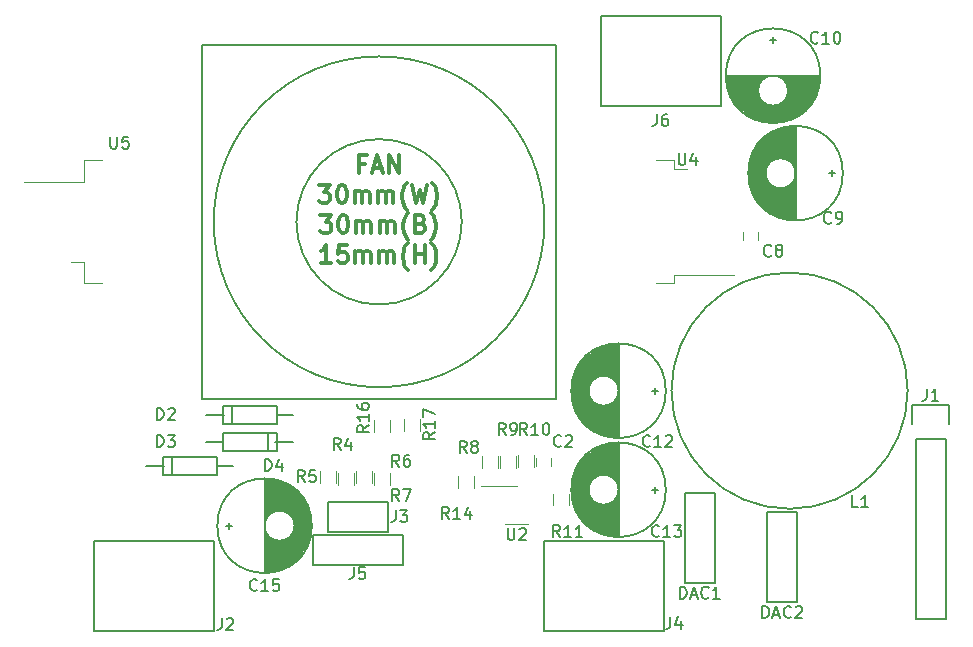
<source format=gbr>
G04 #@! TF.GenerationSoftware,KiCad,Pcbnew,(5.0.0)*
G04 #@! TF.CreationDate,2018-10-21T14:19:47+08:00*
G04 #@! TF.ProjectId,PSU 4CH V1_PCBV2,505355203443482056315F5043425632,rev?*
G04 #@! TF.SameCoordinates,Original*
G04 #@! TF.FileFunction,Legend,Top*
G04 #@! TF.FilePolarity,Positive*
%FSLAX46Y46*%
G04 Gerber Fmt 4.6, Leading zero omitted, Abs format (unit mm)*
G04 Created by KiCad (PCBNEW (5.0.0)) date 10/21/18 14:19:47*
%MOMM*%
%LPD*%
G01*
G04 APERTURE LIST*
%ADD10C,0.300000*%
%ADD11C,0.200000*%
%ADD12C,0.120000*%
%ADD13C,0.150000*%
G04 APERTURE END LIST*
D10*
X138785714Y-95067857D02*
X138285714Y-95067857D01*
X138285714Y-95853571D02*
X138285714Y-94353571D01*
X139000000Y-94353571D01*
X139500000Y-95425000D02*
X140214285Y-95425000D01*
X139357142Y-95853571D02*
X139857142Y-94353571D01*
X140357142Y-95853571D01*
X140857142Y-95853571D02*
X140857142Y-94353571D01*
X141714285Y-95853571D01*
X141714285Y-94353571D01*
X134928571Y-96903571D02*
X135857142Y-96903571D01*
X135357142Y-97475000D01*
X135571428Y-97475000D01*
X135714285Y-97546428D01*
X135785714Y-97617857D01*
X135857142Y-97760714D01*
X135857142Y-98117857D01*
X135785714Y-98260714D01*
X135714285Y-98332142D01*
X135571428Y-98403571D01*
X135142857Y-98403571D01*
X135000000Y-98332142D01*
X134928571Y-98260714D01*
X136785714Y-96903571D02*
X136928571Y-96903571D01*
X137071428Y-96975000D01*
X137142857Y-97046428D01*
X137214285Y-97189285D01*
X137285714Y-97475000D01*
X137285714Y-97832142D01*
X137214285Y-98117857D01*
X137142857Y-98260714D01*
X137071428Y-98332142D01*
X136928571Y-98403571D01*
X136785714Y-98403571D01*
X136642857Y-98332142D01*
X136571428Y-98260714D01*
X136500000Y-98117857D01*
X136428571Y-97832142D01*
X136428571Y-97475000D01*
X136500000Y-97189285D01*
X136571428Y-97046428D01*
X136642857Y-96975000D01*
X136785714Y-96903571D01*
X137928571Y-98403571D02*
X137928571Y-97403571D01*
X137928571Y-97546428D02*
X138000000Y-97475000D01*
X138142857Y-97403571D01*
X138357142Y-97403571D01*
X138500000Y-97475000D01*
X138571428Y-97617857D01*
X138571428Y-98403571D01*
X138571428Y-97617857D02*
X138642857Y-97475000D01*
X138785714Y-97403571D01*
X139000000Y-97403571D01*
X139142857Y-97475000D01*
X139214285Y-97617857D01*
X139214285Y-98403571D01*
X139928571Y-98403571D02*
X139928571Y-97403571D01*
X139928571Y-97546428D02*
X140000000Y-97475000D01*
X140142857Y-97403571D01*
X140357142Y-97403571D01*
X140500000Y-97475000D01*
X140571428Y-97617857D01*
X140571428Y-98403571D01*
X140571428Y-97617857D02*
X140642857Y-97475000D01*
X140785714Y-97403571D01*
X141000000Y-97403571D01*
X141142857Y-97475000D01*
X141214285Y-97617857D01*
X141214285Y-98403571D01*
X142357142Y-98975000D02*
X142285714Y-98903571D01*
X142142857Y-98689285D01*
X142071428Y-98546428D01*
X142000000Y-98332142D01*
X141928571Y-97975000D01*
X141928571Y-97689285D01*
X142000000Y-97332142D01*
X142071428Y-97117857D01*
X142142857Y-96975000D01*
X142285714Y-96760714D01*
X142357142Y-96689285D01*
X142785714Y-96903571D02*
X143142857Y-98403571D01*
X143428571Y-97332142D01*
X143714285Y-98403571D01*
X144071428Y-96903571D01*
X144500000Y-98975000D02*
X144571428Y-98903571D01*
X144714285Y-98689285D01*
X144785714Y-98546428D01*
X144857142Y-98332142D01*
X144928571Y-97975000D01*
X144928571Y-97689285D01*
X144857142Y-97332142D01*
X144785714Y-97117857D01*
X144714285Y-96975000D01*
X144571428Y-96760714D01*
X144500000Y-96689285D01*
X135035714Y-99453571D02*
X135964285Y-99453571D01*
X135464285Y-100025000D01*
X135678571Y-100025000D01*
X135821428Y-100096428D01*
X135892857Y-100167857D01*
X135964285Y-100310714D01*
X135964285Y-100667857D01*
X135892857Y-100810714D01*
X135821428Y-100882142D01*
X135678571Y-100953571D01*
X135250000Y-100953571D01*
X135107142Y-100882142D01*
X135035714Y-100810714D01*
X136892857Y-99453571D02*
X137035714Y-99453571D01*
X137178571Y-99525000D01*
X137250000Y-99596428D01*
X137321428Y-99739285D01*
X137392857Y-100025000D01*
X137392857Y-100382142D01*
X137321428Y-100667857D01*
X137250000Y-100810714D01*
X137178571Y-100882142D01*
X137035714Y-100953571D01*
X136892857Y-100953571D01*
X136750000Y-100882142D01*
X136678571Y-100810714D01*
X136607142Y-100667857D01*
X136535714Y-100382142D01*
X136535714Y-100025000D01*
X136607142Y-99739285D01*
X136678571Y-99596428D01*
X136750000Y-99525000D01*
X136892857Y-99453571D01*
X138035714Y-100953571D02*
X138035714Y-99953571D01*
X138035714Y-100096428D02*
X138107142Y-100025000D01*
X138250000Y-99953571D01*
X138464285Y-99953571D01*
X138607142Y-100025000D01*
X138678571Y-100167857D01*
X138678571Y-100953571D01*
X138678571Y-100167857D02*
X138750000Y-100025000D01*
X138892857Y-99953571D01*
X139107142Y-99953571D01*
X139250000Y-100025000D01*
X139321428Y-100167857D01*
X139321428Y-100953571D01*
X140035714Y-100953571D02*
X140035714Y-99953571D01*
X140035714Y-100096428D02*
X140107142Y-100025000D01*
X140250000Y-99953571D01*
X140464285Y-99953571D01*
X140607142Y-100025000D01*
X140678571Y-100167857D01*
X140678571Y-100953571D01*
X140678571Y-100167857D02*
X140750000Y-100025000D01*
X140892857Y-99953571D01*
X141107142Y-99953571D01*
X141250000Y-100025000D01*
X141321428Y-100167857D01*
X141321428Y-100953571D01*
X142464285Y-101525000D02*
X142392857Y-101453571D01*
X142250000Y-101239285D01*
X142178571Y-101096428D01*
X142107142Y-100882142D01*
X142035714Y-100525000D01*
X142035714Y-100239285D01*
X142107142Y-99882142D01*
X142178571Y-99667857D01*
X142250000Y-99525000D01*
X142392857Y-99310714D01*
X142464285Y-99239285D01*
X143535714Y-100167857D02*
X143750000Y-100239285D01*
X143821428Y-100310714D01*
X143892857Y-100453571D01*
X143892857Y-100667857D01*
X143821428Y-100810714D01*
X143750000Y-100882142D01*
X143607142Y-100953571D01*
X143035714Y-100953571D01*
X143035714Y-99453571D01*
X143535714Y-99453571D01*
X143678571Y-99525000D01*
X143750000Y-99596428D01*
X143821428Y-99739285D01*
X143821428Y-99882142D01*
X143750000Y-100025000D01*
X143678571Y-100096428D01*
X143535714Y-100167857D01*
X143035714Y-100167857D01*
X144392857Y-101525000D02*
X144464285Y-101453571D01*
X144607142Y-101239285D01*
X144678571Y-101096428D01*
X144750000Y-100882142D01*
X144821428Y-100525000D01*
X144821428Y-100239285D01*
X144750000Y-99882142D01*
X144678571Y-99667857D01*
X144607142Y-99525000D01*
X144464285Y-99310714D01*
X144392857Y-99239285D01*
X135928571Y-103503571D02*
X135071428Y-103503571D01*
X135500000Y-103503571D02*
X135500000Y-102003571D01*
X135357142Y-102217857D01*
X135214285Y-102360714D01*
X135071428Y-102432142D01*
X137285714Y-102003571D02*
X136571428Y-102003571D01*
X136500000Y-102717857D01*
X136571428Y-102646428D01*
X136714285Y-102575000D01*
X137071428Y-102575000D01*
X137214285Y-102646428D01*
X137285714Y-102717857D01*
X137357142Y-102860714D01*
X137357142Y-103217857D01*
X137285714Y-103360714D01*
X137214285Y-103432142D01*
X137071428Y-103503571D01*
X136714285Y-103503571D01*
X136571428Y-103432142D01*
X136500000Y-103360714D01*
X138000000Y-103503571D02*
X138000000Y-102503571D01*
X138000000Y-102646428D02*
X138071428Y-102575000D01*
X138214285Y-102503571D01*
X138428571Y-102503571D01*
X138571428Y-102575000D01*
X138642857Y-102717857D01*
X138642857Y-103503571D01*
X138642857Y-102717857D02*
X138714285Y-102575000D01*
X138857142Y-102503571D01*
X139071428Y-102503571D01*
X139214285Y-102575000D01*
X139285714Y-102717857D01*
X139285714Y-103503571D01*
X140000000Y-103503571D02*
X140000000Y-102503571D01*
X140000000Y-102646428D02*
X140071428Y-102575000D01*
X140214285Y-102503571D01*
X140428571Y-102503571D01*
X140571428Y-102575000D01*
X140642857Y-102717857D01*
X140642857Y-103503571D01*
X140642857Y-102717857D02*
X140714285Y-102575000D01*
X140857142Y-102503571D01*
X141071428Y-102503571D01*
X141214285Y-102575000D01*
X141285714Y-102717857D01*
X141285714Y-103503571D01*
X142428571Y-104075000D02*
X142357142Y-104003571D01*
X142214285Y-103789285D01*
X142142857Y-103646428D01*
X142071428Y-103432142D01*
X142000000Y-103075000D01*
X142000000Y-102789285D01*
X142071428Y-102432142D01*
X142142857Y-102217857D01*
X142214285Y-102075000D01*
X142357142Y-101860714D01*
X142428571Y-101789285D01*
X143000000Y-103503571D02*
X143000000Y-102003571D01*
X143000000Y-102717857D02*
X143857142Y-102717857D01*
X143857142Y-103503571D02*
X143857142Y-102003571D01*
X144428571Y-104075000D02*
X144500000Y-104003571D01*
X144642857Y-103789285D01*
X144714285Y-103646428D01*
X144785714Y-103432142D01*
X144857142Y-103075000D01*
X144857142Y-102789285D01*
X144785714Y-102432142D01*
X144714285Y-102217857D01*
X144642857Y-102075000D01*
X144500000Y-101860714D01*
X144428571Y-101789285D01*
D11*
X155000000Y-115000000D02*
X125000000Y-115000000D01*
X155000000Y-85000000D02*
X125000000Y-85000000D01*
X125000000Y-85000000D02*
X125000000Y-115000000D01*
X155000000Y-85000000D02*
X155000000Y-115000000D01*
X154000000Y-100000000D02*
G75*
G03X154000000Y-100000000I-14000000J0D01*
G01*
X147000000Y-100000000D02*
G75*
G03X147000000Y-100000000I-7000000J0D01*
G01*
D12*
G04 #@! TO.C,C2*
X154524000Y-119980000D02*
X154524000Y-120680000D01*
X153324000Y-120680000D02*
X153324000Y-119980000D01*
G04 #@! TO.C,C8*
X172050000Y-100869000D02*
X172050000Y-101569000D01*
X170850000Y-101569000D02*
X170850000Y-100869000D01*
D13*
G04 #@! TO.C,C9*
X179260000Y-95885000D02*
G75*
G03X179260000Y-95885000I-4000000J0D01*
G01*
X171386500Y-95186500D02*
X171386500Y-96456500D01*
X171450000Y-94869000D02*
X171386500Y-95186500D01*
X171450000Y-96964500D02*
X171450000Y-94869000D01*
X171577000Y-97345500D02*
X171450000Y-96964500D01*
X171577000Y-94551500D02*
X171577000Y-97345500D01*
X171704000Y-94170500D02*
X171577000Y-94551500D01*
X171704000Y-97536000D02*
X171704000Y-94170500D01*
X171831000Y-97790000D02*
X171704000Y-97536000D01*
X171831000Y-93980000D02*
X171831000Y-97790000D01*
X171958000Y-93789500D02*
X171831000Y-93980000D01*
X171958000Y-98044000D02*
X171958000Y-93789500D01*
X172085000Y-98298000D02*
X171958000Y-98044000D01*
X172085000Y-93535500D02*
X172085000Y-98298000D01*
X172212000Y-93408500D02*
X172085000Y-93535500D01*
X172212000Y-98361500D02*
X172212000Y-93408500D01*
X172339000Y-98488500D02*
X172212000Y-98361500D01*
X172339000Y-93281500D02*
X172339000Y-98488500D01*
X172466000Y-93154500D02*
X172339000Y-93281500D01*
X172466000Y-98679000D02*
X172466000Y-93154500D01*
X172593000Y-98742500D02*
X172466000Y-98679000D01*
X172593000Y-93027500D02*
X172593000Y-98742500D01*
X172720000Y-92837000D02*
X172593000Y-93027500D01*
X172720000Y-98933000D02*
X172720000Y-92837000D01*
X172847000Y-99060000D02*
X172720000Y-98933000D01*
X175260000Y-91948000D02*
X175133000Y-91948000D01*
X175260000Y-99885500D02*
X175260000Y-91948000D01*
X175260000Y-95885000D02*
G75*
G03X175260000Y-95885000I-1270000J0D01*
G01*
X172085000Y-93662500D02*
X172021500Y-93726000D01*
X172593000Y-93027500D02*
X172466000Y-93154500D01*
X171513500Y-94678500D02*
X171513500Y-94869000D01*
X171894500Y-97853500D02*
X172085000Y-97917000D01*
X171767500Y-97790000D02*
X171894500Y-97853500D01*
X172720000Y-98869500D02*
X172339000Y-98488500D01*
X172847000Y-96520000D02*
X172847000Y-98996500D01*
X172974000Y-96710500D02*
X172847000Y-96520000D01*
X172974000Y-99123500D02*
X172974000Y-96710500D01*
X173101000Y-99187000D02*
X172974000Y-99123500D01*
X173101000Y-96837500D02*
X173101000Y-99187000D01*
X173228000Y-96901000D02*
X173101000Y-96837500D01*
X173228000Y-99314000D02*
X173228000Y-96901000D01*
X173355000Y-99377500D02*
X173228000Y-99314000D01*
X173355000Y-97028000D02*
X173355000Y-99377500D01*
X173482000Y-97091500D02*
X173355000Y-97028000D01*
X173482000Y-99441000D02*
X173482000Y-97091500D01*
X173609000Y-99504500D02*
X173482000Y-99441000D01*
X173609000Y-97155000D02*
X173609000Y-99504500D01*
X173736000Y-97155000D02*
X173609000Y-97155000D01*
X173736000Y-99568000D02*
X173736000Y-97155000D01*
X173863000Y-99631500D02*
X173736000Y-99568000D01*
X173863000Y-97155000D02*
X173863000Y-99631500D01*
X173990000Y-97155000D02*
X173863000Y-97155000D01*
X173990000Y-99631500D02*
X173990000Y-97155000D01*
X174117000Y-99695000D02*
X173990000Y-99631500D01*
X174117000Y-97155000D02*
X174117000Y-99695000D01*
X174244000Y-97155000D02*
X174117000Y-97155000D01*
X174244000Y-99695000D02*
X174244000Y-97155000D01*
X174371000Y-99695000D02*
X174244000Y-99695000D01*
X174371000Y-97155000D02*
X174371000Y-99695000D01*
X174498000Y-97091500D02*
X174371000Y-97155000D01*
X174498000Y-99758500D02*
X174498000Y-97091500D01*
X174625000Y-99822000D02*
X174498000Y-99758500D01*
X174625000Y-97091500D02*
X174625000Y-99822000D01*
X174752000Y-96964500D02*
X174625000Y-97091500D01*
X174752000Y-99758500D02*
X174752000Y-96964500D01*
X174879000Y-99822000D02*
X174752000Y-99758500D01*
X174879000Y-96837500D02*
X174879000Y-99822000D01*
X175006000Y-96710500D02*
X174879000Y-96837500D01*
X175006000Y-99822000D02*
X175006000Y-96710500D01*
X172847000Y-95250000D02*
X172847000Y-92773500D01*
X172974000Y-95059500D02*
X172847000Y-95250000D01*
X172974000Y-92710000D02*
X172974000Y-95059500D01*
X173101000Y-92519500D02*
X172974000Y-92710000D01*
X173101000Y-94932500D02*
X173101000Y-92519500D01*
X173228000Y-94869000D02*
X173101000Y-94932500D01*
X173228000Y-92519500D02*
X173228000Y-94869000D01*
X173355000Y-92392500D02*
X173228000Y-92519500D01*
X173355000Y-94742000D02*
X173355000Y-92392500D01*
X173482000Y-94678500D02*
X173355000Y-94742000D01*
X173482000Y-92392500D02*
X173482000Y-94678500D01*
X173609000Y-92265500D02*
X173482000Y-92392500D01*
X173609000Y-94678500D02*
X173609000Y-92265500D01*
X173736000Y-94615000D02*
X173609000Y-94678500D01*
X173736000Y-92265500D02*
X173736000Y-94615000D01*
X173863000Y-92202000D02*
X173736000Y-92265500D01*
X173863000Y-94551500D02*
X173863000Y-92202000D01*
X173990000Y-94551500D02*
X173863000Y-94551500D01*
X173990000Y-92138500D02*
X173990000Y-94551500D01*
X174117000Y-92075000D02*
X173990000Y-92138500D01*
X174117000Y-94615000D02*
X174117000Y-92075000D01*
X174244000Y-94615000D02*
X174117000Y-94615000D01*
X174244000Y-92075000D02*
X174244000Y-94615000D01*
X174371000Y-92075000D02*
X174244000Y-92075000D01*
X174371000Y-94615000D02*
X174371000Y-92075000D01*
X174498000Y-94678500D02*
X174371000Y-94615000D01*
X174498000Y-92011500D02*
X174498000Y-94678500D01*
X174625000Y-91948000D02*
X174498000Y-92011500D01*
X174625000Y-94742000D02*
X174625000Y-91948000D01*
X174752000Y-94805500D02*
X174625000Y-94742000D01*
X174752000Y-91948000D02*
X174752000Y-94805500D01*
X174879000Y-91948000D02*
X174752000Y-91948000D01*
X174879000Y-94932500D02*
X174879000Y-91948000D01*
X175006000Y-95059500D02*
X174879000Y-94932500D01*
X175006000Y-91948000D02*
X175006000Y-95059500D01*
X175133000Y-91948000D02*
X175133000Y-95250000D01*
X175133000Y-96583500D02*
X175133000Y-99758500D01*
X175260000Y-96456500D02*
X175133000Y-96583500D01*
X178054000Y-95885000D02*
X178562000Y-95885000D01*
X178308000Y-96139000D02*
X178308000Y-95631000D01*
G04 #@! TO.C,C10*
X173609000Y-84582000D02*
X173101000Y-84582000D01*
X173355000Y-84836000D02*
X173355000Y-84328000D01*
X173926500Y-87630000D02*
X174053500Y-87757000D01*
X174053500Y-87757000D02*
X177228500Y-87757000D01*
X169418000Y-87757000D02*
X172720000Y-87757000D01*
X169418000Y-87884000D02*
X172529500Y-87884000D01*
X172529500Y-87884000D02*
X172402500Y-88011000D01*
X172402500Y-88011000D02*
X169418000Y-88011000D01*
X169418000Y-88011000D02*
X169418000Y-88138000D01*
X169418000Y-88138000D02*
X172275500Y-88138000D01*
X172275500Y-88138000D02*
X172212000Y-88265000D01*
X172212000Y-88265000D02*
X169418000Y-88265000D01*
X169418000Y-88265000D02*
X169481500Y-88392000D01*
X169481500Y-88392000D02*
X172148500Y-88392000D01*
X172148500Y-88392000D02*
X172085000Y-88519000D01*
X172085000Y-88519000D02*
X169545000Y-88519000D01*
X169545000Y-88519000D02*
X169545000Y-88646000D01*
X169545000Y-88646000D02*
X172085000Y-88646000D01*
X172085000Y-88646000D02*
X172085000Y-88773000D01*
X172085000Y-88773000D02*
X169545000Y-88773000D01*
X169545000Y-88773000D02*
X169608500Y-88900000D01*
X169608500Y-88900000D02*
X172021500Y-88900000D01*
X172021500Y-88900000D02*
X172021500Y-89027000D01*
X172021500Y-89027000D02*
X169672000Y-89027000D01*
X169672000Y-89027000D02*
X169735500Y-89154000D01*
X169735500Y-89154000D02*
X172085000Y-89154000D01*
X172085000Y-89154000D02*
X172148500Y-89281000D01*
X172148500Y-89281000D02*
X169735500Y-89281000D01*
X169735500Y-89281000D02*
X169862500Y-89408000D01*
X169862500Y-89408000D02*
X172148500Y-89408000D01*
X172148500Y-89408000D02*
X172212000Y-89535000D01*
X172212000Y-89535000D02*
X169862500Y-89535000D01*
X169862500Y-89535000D02*
X169989500Y-89662000D01*
X169989500Y-89662000D02*
X172339000Y-89662000D01*
X172339000Y-89662000D02*
X172402500Y-89789000D01*
X172402500Y-89789000D02*
X169989500Y-89789000D01*
X169989500Y-89789000D02*
X170180000Y-89916000D01*
X170180000Y-89916000D02*
X172529500Y-89916000D01*
X172529500Y-89916000D02*
X172720000Y-90043000D01*
X172720000Y-90043000D02*
X170243500Y-90043000D01*
X177292000Y-87884000D02*
X174180500Y-87884000D01*
X174180500Y-87884000D02*
X174307500Y-88011000D01*
X174307500Y-88011000D02*
X177292000Y-88011000D01*
X177292000Y-88011000D02*
X177228500Y-88138000D01*
X177228500Y-88138000D02*
X174434500Y-88138000D01*
X174434500Y-88138000D02*
X174561500Y-88265000D01*
X174561500Y-88265000D02*
X177292000Y-88265000D01*
X177292000Y-88265000D02*
X177228500Y-88392000D01*
X177228500Y-88392000D02*
X174561500Y-88392000D01*
X174561500Y-88392000D02*
X174625000Y-88519000D01*
X174625000Y-88519000D02*
X177165000Y-88519000D01*
X177165000Y-88519000D02*
X177165000Y-88646000D01*
X177165000Y-88646000D02*
X174625000Y-88646000D01*
X174625000Y-88646000D02*
X174625000Y-88773000D01*
X174625000Y-88773000D02*
X177165000Y-88773000D01*
X177165000Y-88773000D02*
X177101500Y-88900000D01*
X177101500Y-88900000D02*
X174625000Y-88900000D01*
X174625000Y-88900000D02*
X174625000Y-89027000D01*
X174625000Y-89027000D02*
X177101500Y-89027000D01*
X177101500Y-89027000D02*
X177038000Y-89154000D01*
X177038000Y-89154000D02*
X174625000Y-89154000D01*
X174625000Y-89154000D02*
X174625000Y-89281000D01*
X174625000Y-89281000D02*
X176974500Y-89281000D01*
X176974500Y-89281000D02*
X176911000Y-89408000D01*
X176911000Y-89408000D02*
X174561500Y-89408000D01*
X174561500Y-89408000D02*
X174498000Y-89535000D01*
X174498000Y-89535000D02*
X176847500Y-89535000D01*
X176847500Y-89535000D02*
X176784000Y-89662000D01*
X176784000Y-89662000D02*
X174371000Y-89662000D01*
X174371000Y-89662000D02*
X174307500Y-89789000D01*
X174307500Y-89789000D02*
X176657000Y-89789000D01*
X176657000Y-89789000D02*
X176593500Y-89916000D01*
X176593500Y-89916000D02*
X174180500Y-89916000D01*
X174180500Y-89916000D02*
X173990000Y-90043000D01*
X173990000Y-90043000D02*
X176466500Y-90043000D01*
X176339500Y-90170000D02*
X175958500Y-90551000D01*
X175260000Y-91122500D02*
X175323500Y-90995500D01*
X175323500Y-90995500D02*
X175387000Y-90805000D01*
X172148500Y-91376500D02*
X172339000Y-91376500D01*
X170497500Y-90297000D02*
X170624500Y-90424000D01*
X171132500Y-90805000D02*
X171196000Y-90868500D01*
X174625000Y-88900000D02*
G75*
G03X174625000Y-88900000I-1270000J0D01*
G01*
X177355500Y-87630000D02*
X169418000Y-87630000D01*
X169418000Y-87630000D02*
X169418000Y-87757000D01*
X176530000Y-90043000D02*
X176403000Y-90170000D01*
X176403000Y-90170000D02*
X170307000Y-90170000D01*
X170307000Y-90170000D02*
X170497500Y-90297000D01*
X170497500Y-90297000D02*
X176212500Y-90297000D01*
X176212500Y-90297000D02*
X176149000Y-90424000D01*
X176149000Y-90424000D02*
X170624500Y-90424000D01*
X170624500Y-90424000D02*
X170751500Y-90551000D01*
X170751500Y-90551000D02*
X175958500Y-90551000D01*
X175958500Y-90551000D02*
X175831500Y-90678000D01*
X175831500Y-90678000D02*
X170878500Y-90678000D01*
X170878500Y-90678000D02*
X171005500Y-90805000D01*
X171005500Y-90805000D02*
X175768000Y-90805000D01*
X175768000Y-90805000D02*
X175514000Y-90932000D01*
X175514000Y-90932000D02*
X171259500Y-90932000D01*
X171259500Y-90932000D02*
X171450000Y-91059000D01*
X171450000Y-91059000D02*
X175260000Y-91059000D01*
X175260000Y-91059000D02*
X175006000Y-91186000D01*
X175006000Y-91186000D02*
X171640500Y-91186000D01*
X171640500Y-91186000D02*
X172021500Y-91313000D01*
X172021500Y-91313000D02*
X174815500Y-91313000D01*
X174815500Y-91313000D02*
X174434500Y-91440000D01*
X174434500Y-91440000D02*
X172339000Y-91440000D01*
X172339000Y-91440000D02*
X172656500Y-91503500D01*
X172656500Y-91503500D02*
X173926500Y-91503500D01*
X177355000Y-87630000D02*
G75*
G03X177355000Y-87630000I-4000000J0D01*
G01*
G04 #@! TO.C,C12*
X164274000Y-114300000D02*
G75*
G03X164274000Y-114300000I-4000000J0D01*
G01*
X156400500Y-113601500D02*
X156400500Y-114871500D01*
X156464000Y-113284000D02*
X156400500Y-113601500D01*
X156464000Y-115379500D02*
X156464000Y-113284000D01*
X156591000Y-115760500D02*
X156464000Y-115379500D01*
X156591000Y-112966500D02*
X156591000Y-115760500D01*
X156718000Y-112585500D02*
X156591000Y-112966500D01*
X156718000Y-115951000D02*
X156718000Y-112585500D01*
X156845000Y-116205000D02*
X156718000Y-115951000D01*
X156845000Y-112395000D02*
X156845000Y-116205000D01*
X156972000Y-112204500D02*
X156845000Y-112395000D01*
X156972000Y-116459000D02*
X156972000Y-112204500D01*
X157099000Y-116713000D02*
X156972000Y-116459000D01*
X157099000Y-111950500D02*
X157099000Y-116713000D01*
X157226000Y-111823500D02*
X157099000Y-111950500D01*
X157226000Y-116776500D02*
X157226000Y-111823500D01*
X157353000Y-116903500D02*
X157226000Y-116776500D01*
X157353000Y-111696500D02*
X157353000Y-116903500D01*
X157480000Y-111569500D02*
X157353000Y-111696500D01*
X157480000Y-117094000D02*
X157480000Y-111569500D01*
X157607000Y-117157500D02*
X157480000Y-117094000D01*
X157607000Y-111442500D02*
X157607000Y-117157500D01*
X157734000Y-111252000D02*
X157607000Y-111442500D01*
X157734000Y-117348000D02*
X157734000Y-111252000D01*
X157861000Y-117475000D02*
X157734000Y-117348000D01*
X160274000Y-110363000D02*
X160147000Y-110363000D01*
X160274000Y-118300500D02*
X160274000Y-110363000D01*
X160274000Y-114300000D02*
G75*
G03X160274000Y-114300000I-1270000J0D01*
G01*
X157099000Y-112077500D02*
X157035500Y-112141000D01*
X157607000Y-111442500D02*
X157480000Y-111569500D01*
X156527500Y-113093500D02*
X156527500Y-113284000D01*
X156908500Y-116268500D02*
X157099000Y-116332000D01*
X156781500Y-116205000D02*
X156908500Y-116268500D01*
X157734000Y-117284500D02*
X157353000Y-116903500D01*
X157861000Y-114935000D02*
X157861000Y-117411500D01*
X157988000Y-115125500D02*
X157861000Y-114935000D01*
X157988000Y-117538500D02*
X157988000Y-115125500D01*
X158115000Y-117602000D02*
X157988000Y-117538500D01*
X158115000Y-115252500D02*
X158115000Y-117602000D01*
X158242000Y-115316000D02*
X158115000Y-115252500D01*
X158242000Y-117729000D02*
X158242000Y-115316000D01*
X158369000Y-117792500D02*
X158242000Y-117729000D01*
X158369000Y-115443000D02*
X158369000Y-117792500D01*
X158496000Y-115506500D02*
X158369000Y-115443000D01*
X158496000Y-117856000D02*
X158496000Y-115506500D01*
X158623000Y-117919500D02*
X158496000Y-117856000D01*
X158623000Y-115570000D02*
X158623000Y-117919500D01*
X158750000Y-115570000D02*
X158623000Y-115570000D01*
X158750000Y-117983000D02*
X158750000Y-115570000D01*
X158877000Y-118046500D02*
X158750000Y-117983000D01*
X158877000Y-115570000D02*
X158877000Y-118046500D01*
X159004000Y-115570000D02*
X158877000Y-115570000D01*
X159004000Y-118046500D02*
X159004000Y-115570000D01*
X159131000Y-118110000D02*
X159004000Y-118046500D01*
X159131000Y-115570000D02*
X159131000Y-118110000D01*
X159258000Y-115570000D02*
X159131000Y-115570000D01*
X159258000Y-118110000D02*
X159258000Y-115570000D01*
X159385000Y-118110000D02*
X159258000Y-118110000D01*
X159385000Y-115570000D02*
X159385000Y-118110000D01*
X159512000Y-115506500D02*
X159385000Y-115570000D01*
X159512000Y-118173500D02*
X159512000Y-115506500D01*
X159639000Y-118237000D02*
X159512000Y-118173500D01*
X159639000Y-115506500D02*
X159639000Y-118237000D01*
X159766000Y-115379500D02*
X159639000Y-115506500D01*
X159766000Y-118173500D02*
X159766000Y-115379500D01*
X159893000Y-118237000D02*
X159766000Y-118173500D01*
X159893000Y-115252500D02*
X159893000Y-118237000D01*
X160020000Y-115125500D02*
X159893000Y-115252500D01*
X160020000Y-118237000D02*
X160020000Y-115125500D01*
X157861000Y-113665000D02*
X157861000Y-111188500D01*
X157988000Y-113474500D02*
X157861000Y-113665000D01*
X157988000Y-111125000D02*
X157988000Y-113474500D01*
X158115000Y-110934500D02*
X157988000Y-111125000D01*
X158115000Y-113347500D02*
X158115000Y-110934500D01*
X158242000Y-113284000D02*
X158115000Y-113347500D01*
X158242000Y-110934500D02*
X158242000Y-113284000D01*
X158369000Y-110807500D02*
X158242000Y-110934500D01*
X158369000Y-113157000D02*
X158369000Y-110807500D01*
X158496000Y-113093500D02*
X158369000Y-113157000D01*
X158496000Y-110807500D02*
X158496000Y-113093500D01*
X158623000Y-110680500D02*
X158496000Y-110807500D01*
X158623000Y-113093500D02*
X158623000Y-110680500D01*
X158750000Y-113030000D02*
X158623000Y-113093500D01*
X158750000Y-110680500D02*
X158750000Y-113030000D01*
X158877000Y-110617000D02*
X158750000Y-110680500D01*
X158877000Y-112966500D02*
X158877000Y-110617000D01*
X159004000Y-112966500D02*
X158877000Y-112966500D01*
X159004000Y-110553500D02*
X159004000Y-112966500D01*
X159131000Y-110490000D02*
X159004000Y-110553500D01*
X159131000Y-113030000D02*
X159131000Y-110490000D01*
X159258000Y-113030000D02*
X159131000Y-113030000D01*
X159258000Y-110490000D02*
X159258000Y-113030000D01*
X159385000Y-110490000D02*
X159258000Y-110490000D01*
X159385000Y-113030000D02*
X159385000Y-110490000D01*
X159512000Y-113093500D02*
X159385000Y-113030000D01*
X159512000Y-110426500D02*
X159512000Y-113093500D01*
X159639000Y-110363000D02*
X159512000Y-110426500D01*
X159639000Y-113157000D02*
X159639000Y-110363000D01*
X159766000Y-113220500D02*
X159639000Y-113157000D01*
X159766000Y-110363000D02*
X159766000Y-113220500D01*
X159893000Y-110363000D02*
X159766000Y-110363000D01*
X159893000Y-113347500D02*
X159893000Y-110363000D01*
X160020000Y-113474500D02*
X159893000Y-113347500D01*
X160020000Y-110363000D02*
X160020000Y-113474500D01*
X160147000Y-110363000D02*
X160147000Y-113665000D01*
X160147000Y-114998500D02*
X160147000Y-118173500D01*
X160274000Y-114871500D02*
X160147000Y-114998500D01*
X163068000Y-114300000D02*
X163576000Y-114300000D01*
X163322000Y-114554000D02*
X163322000Y-114046000D01*
G04 #@! TO.C,C13*
X163322000Y-122936000D02*
X163322000Y-122428000D01*
X163068000Y-122682000D02*
X163576000Y-122682000D01*
X160274000Y-123253500D02*
X160147000Y-123380500D01*
X160147000Y-123380500D02*
X160147000Y-126555500D01*
X160147000Y-118745000D02*
X160147000Y-122047000D01*
X160020000Y-118745000D02*
X160020000Y-121856500D01*
X160020000Y-121856500D02*
X159893000Y-121729500D01*
X159893000Y-121729500D02*
X159893000Y-118745000D01*
X159893000Y-118745000D02*
X159766000Y-118745000D01*
X159766000Y-118745000D02*
X159766000Y-121602500D01*
X159766000Y-121602500D02*
X159639000Y-121539000D01*
X159639000Y-121539000D02*
X159639000Y-118745000D01*
X159639000Y-118745000D02*
X159512000Y-118808500D01*
X159512000Y-118808500D02*
X159512000Y-121475500D01*
X159512000Y-121475500D02*
X159385000Y-121412000D01*
X159385000Y-121412000D02*
X159385000Y-118872000D01*
X159385000Y-118872000D02*
X159258000Y-118872000D01*
X159258000Y-118872000D02*
X159258000Y-121412000D01*
X159258000Y-121412000D02*
X159131000Y-121412000D01*
X159131000Y-121412000D02*
X159131000Y-118872000D01*
X159131000Y-118872000D02*
X159004000Y-118935500D01*
X159004000Y-118935500D02*
X159004000Y-121348500D01*
X159004000Y-121348500D02*
X158877000Y-121348500D01*
X158877000Y-121348500D02*
X158877000Y-118999000D01*
X158877000Y-118999000D02*
X158750000Y-119062500D01*
X158750000Y-119062500D02*
X158750000Y-121412000D01*
X158750000Y-121412000D02*
X158623000Y-121475500D01*
X158623000Y-121475500D02*
X158623000Y-119062500D01*
X158623000Y-119062500D02*
X158496000Y-119189500D01*
X158496000Y-119189500D02*
X158496000Y-121475500D01*
X158496000Y-121475500D02*
X158369000Y-121539000D01*
X158369000Y-121539000D02*
X158369000Y-119189500D01*
X158369000Y-119189500D02*
X158242000Y-119316500D01*
X158242000Y-119316500D02*
X158242000Y-121666000D01*
X158242000Y-121666000D02*
X158115000Y-121729500D01*
X158115000Y-121729500D02*
X158115000Y-119316500D01*
X158115000Y-119316500D02*
X157988000Y-119507000D01*
X157988000Y-119507000D02*
X157988000Y-121856500D01*
X157988000Y-121856500D02*
X157861000Y-122047000D01*
X157861000Y-122047000D02*
X157861000Y-119570500D01*
X160020000Y-126619000D02*
X160020000Y-123507500D01*
X160020000Y-123507500D02*
X159893000Y-123634500D01*
X159893000Y-123634500D02*
X159893000Y-126619000D01*
X159893000Y-126619000D02*
X159766000Y-126555500D01*
X159766000Y-126555500D02*
X159766000Y-123761500D01*
X159766000Y-123761500D02*
X159639000Y-123888500D01*
X159639000Y-123888500D02*
X159639000Y-126619000D01*
X159639000Y-126619000D02*
X159512000Y-126555500D01*
X159512000Y-126555500D02*
X159512000Y-123888500D01*
X159512000Y-123888500D02*
X159385000Y-123952000D01*
X159385000Y-123952000D02*
X159385000Y-126492000D01*
X159385000Y-126492000D02*
X159258000Y-126492000D01*
X159258000Y-126492000D02*
X159258000Y-123952000D01*
X159258000Y-123952000D02*
X159131000Y-123952000D01*
X159131000Y-123952000D02*
X159131000Y-126492000D01*
X159131000Y-126492000D02*
X159004000Y-126428500D01*
X159004000Y-126428500D02*
X159004000Y-123952000D01*
X159004000Y-123952000D02*
X158877000Y-123952000D01*
X158877000Y-123952000D02*
X158877000Y-126428500D01*
X158877000Y-126428500D02*
X158750000Y-126365000D01*
X158750000Y-126365000D02*
X158750000Y-123952000D01*
X158750000Y-123952000D02*
X158623000Y-123952000D01*
X158623000Y-123952000D02*
X158623000Y-126301500D01*
X158623000Y-126301500D02*
X158496000Y-126238000D01*
X158496000Y-126238000D02*
X158496000Y-123888500D01*
X158496000Y-123888500D02*
X158369000Y-123825000D01*
X158369000Y-123825000D02*
X158369000Y-126174500D01*
X158369000Y-126174500D02*
X158242000Y-126111000D01*
X158242000Y-126111000D02*
X158242000Y-123698000D01*
X158242000Y-123698000D02*
X158115000Y-123634500D01*
X158115000Y-123634500D02*
X158115000Y-125984000D01*
X158115000Y-125984000D02*
X157988000Y-125920500D01*
X157988000Y-125920500D02*
X157988000Y-123507500D01*
X157988000Y-123507500D02*
X157861000Y-123317000D01*
X157861000Y-123317000D02*
X157861000Y-125793500D01*
X157734000Y-125666500D02*
X157353000Y-125285500D01*
X156781500Y-124587000D02*
X156908500Y-124650500D01*
X156908500Y-124650500D02*
X157099000Y-124714000D01*
X156527500Y-121475500D02*
X156527500Y-121666000D01*
X157607000Y-119824500D02*
X157480000Y-119951500D01*
X157099000Y-120459500D02*
X157035500Y-120523000D01*
X160274000Y-122682000D02*
G75*
G03X160274000Y-122682000I-1270000J0D01*
G01*
X160274000Y-126682500D02*
X160274000Y-118745000D01*
X160274000Y-118745000D02*
X160147000Y-118745000D01*
X157861000Y-125857000D02*
X157734000Y-125730000D01*
X157734000Y-125730000D02*
X157734000Y-119634000D01*
X157734000Y-119634000D02*
X157607000Y-119824500D01*
X157607000Y-119824500D02*
X157607000Y-125539500D01*
X157607000Y-125539500D02*
X157480000Y-125476000D01*
X157480000Y-125476000D02*
X157480000Y-119951500D01*
X157480000Y-119951500D02*
X157353000Y-120078500D01*
X157353000Y-120078500D02*
X157353000Y-125285500D01*
X157353000Y-125285500D02*
X157226000Y-125158500D01*
X157226000Y-125158500D02*
X157226000Y-120205500D01*
X157226000Y-120205500D02*
X157099000Y-120332500D01*
X157099000Y-120332500D02*
X157099000Y-125095000D01*
X157099000Y-125095000D02*
X156972000Y-124841000D01*
X156972000Y-124841000D02*
X156972000Y-120586500D01*
X156972000Y-120586500D02*
X156845000Y-120777000D01*
X156845000Y-120777000D02*
X156845000Y-124587000D01*
X156845000Y-124587000D02*
X156718000Y-124333000D01*
X156718000Y-124333000D02*
X156718000Y-120967500D01*
X156718000Y-120967500D02*
X156591000Y-121348500D01*
X156591000Y-121348500D02*
X156591000Y-124142500D01*
X156591000Y-124142500D02*
X156464000Y-123761500D01*
X156464000Y-123761500D02*
X156464000Y-121666000D01*
X156464000Y-121666000D02*
X156400500Y-121983500D01*
X156400500Y-121983500D02*
X156400500Y-123253500D01*
X164274000Y-122682000D02*
G75*
G03X164274000Y-122682000I-4000000J0D01*
G01*
G04 #@! TO.C,C15*
X134302000Y-125730000D02*
G75*
G03X134302000Y-125730000I-4000000J0D01*
G01*
X134175500Y-126428500D02*
X134175500Y-125158500D01*
X134112000Y-126746000D02*
X134175500Y-126428500D01*
X134112000Y-124650500D02*
X134112000Y-126746000D01*
X133985000Y-124269500D02*
X134112000Y-124650500D01*
X133985000Y-127063500D02*
X133985000Y-124269500D01*
X133858000Y-127444500D02*
X133985000Y-127063500D01*
X133858000Y-124079000D02*
X133858000Y-127444500D01*
X133731000Y-123825000D02*
X133858000Y-124079000D01*
X133731000Y-127635000D02*
X133731000Y-123825000D01*
X133604000Y-127825500D02*
X133731000Y-127635000D01*
X133604000Y-123571000D02*
X133604000Y-127825500D01*
X133477000Y-123317000D02*
X133604000Y-123571000D01*
X133477000Y-128079500D02*
X133477000Y-123317000D01*
X133350000Y-128206500D02*
X133477000Y-128079500D01*
X133350000Y-123253500D02*
X133350000Y-128206500D01*
X133223000Y-123126500D02*
X133350000Y-123253500D01*
X133223000Y-128333500D02*
X133223000Y-123126500D01*
X133096000Y-128460500D02*
X133223000Y-128333500D01*
X133096000Y-122936000D02*
X133096000Y-128460500D01*
X132969000Y-122872500D02*
X133096000Y-122936000D01*
X132969000Y-128587500D02*
X132969000Y-122872500D01*
X132842000Y-128778000D02*
X132969000Y-128587500D01*
X132842000Y-122682000D02*
X132842000Y-128778000D01*
X132715000Y-122555000D02*
X132842000Y-122682000D01*
X130302000Y-129667000D02*
X130429000Y-129667000D01*
X130302000Y-121729500D02*
X130302000Y-129667000D01*
X132842000Y-125730000D02*
G75*
G03X132842000Y-125730000I-1270000J0D01*
G01*
X133477000Y-127952500D02*
X133540500Y-127889000D01*
X132969000Y-128587500D02*
X133096000Y-128460500D01*
X134048500Y-126936500D02*
X134048500Y-126746000D01*
X133667500Y-123761500D02*
X133477000Y-123698000D01*
X133794500Y-123825000D02*
X133667500Y-123761500D01*
X132842000Y-122745500D02*
X133223000Y-123126500D01*
X132715000Y-125095000D02*
X132715000Y-122618500D01*
X132588000Y-124904500D02*
X132715000Y-125095000D01*
X132588000Y-122491500D02*
X132588000Y-124904500D01*
X132461000Y-122428000D02*
X132588000Y-122491500D01*
X132461000Y-124777500D02*
X132461000Y-122428000D01*
X132334000Y-124714000D02*
X132461000Y-124777500D01*
X132334000Y-122301000D02*
X132334000Y-124714000D01*
X132207000Y-122237500D02*
X132334000Y-122301000D01*
X132207000Y-124587000D02*
X132207000Y-122237500D01*
X132080000Y-124523500D02*
X132207000Y-124587000D01*
X132080000Y-122174000D02*
X132080000Y-124523500D01*
X131953000Y-122110500D02*
X132080000Y-122174000D01*
X131953000Y-124460000D02*
X131953000Y-122110500D01*
X131826000Y-124460000D02*
X131953000Y-124460000D01*
X131826000Y-122047000D02*
X131826000Y-124460000D01*
X131699000Y-121983500D02*
X131826000Y-122047000D01*
X131699000Y-124460000D02*
X131699000Y-121983500D01*
X131572000Y-124460000D02*
X131699000Y-124460000D01*
X131572000Y-121983500D02*
X131572000Y-124460000D01*
X131445000Y-121920000D02*
X131572000Y-121983500D01*
X131445000Y-124460000D02*
X131445000Y-121920000D01*
X131318000Y-124460000D02*
X131445000Y-124460000D01*
X131318000Y-121920000D02*
X131318000Y-124460000D01*
X131191000Y-121920000D02*
X131318000Y-121920000D01*
X131191000Y-124460000D02*
X131191000Y-121920000D01*
X131064000Y-124523500D02*
X131191000Y-124460000D01*
X131064000Y-121856500D02*
X131064000Y-124523500D01*
X130937000Y-121793000D02*
X131064000Y-121856500D01*
X130937000Y-124523500D02*
X130937000Y-121793000D01*
X130810000Y-124650500D02*
X130937000Y-124523500D01*
X130810000Y-121856500D02*
X130810000Y-124650500D01*
X130683000Y-121793000D02*
X130810000Y-121856500D01*
X130683000Y-124777500D02*
X130683000Y-121793000D01*
X130556000Y-124904500D02*
X130683000Y-124777500D01*
X130556000Y-121793000D02*
X130556000Y-124904500D01*
X132715000Y-126365000D02*
X132715000Y-128841500D01*
X132588000Y-126555500D02*
X132715000Y-126365000D01*
X132588000Y-128905000D02*
X132588000Y-126555500D01*
X132461000Y-129095500D02*
X132588000Y-128905000D01*
X132461000Y-126682500D02*
X132461000Y-129095500D01*
X132334000Y-126746000D02*
X132461000Y-126682500D01*
X132334000Y-129095500D02*
X132334000Y-126746000D01*
X132207000Y-129222500D02*
X132334000Y-129095500D01*
X132207000Y-126873000D02*
X132207000Y-129222500D01*
X132080000Y-126936500D02*
X132207000Y-126873000D01*
X132080000Y-129222500D02*
X132080000Y-126936500D01*
X131953000Y-129349500D02*
X132080000Y-129222500D01*
X131953000Y-126936500D02*
X131953000Y-129349500D01*
X131826000Y-127000000D02*
X131953000Y-126936500D01*
X131826000Y-129349500D02*
X131826000Y-127000000D01*
X131699000Y-129413000D02*
X131826000Y-129349500D01*
X131699000Y-127063500D02*
X131699000Y-129413000D01*
X131572000Y-127063500D02*
X131699000Y-127063500D01*
X131572000Y-129476500D02*
X131572000Y-127063500D01*
X131445000Y-129540000D02*
X131572000Y-129476500D01*
X131445000Y-127000000D02*
X131445000Y-129540000D01*
X131318000Y-127000000D02*
X131445000Y-127000000D01*
X131318000Y-129540000D02*
X131318000Y-127000000D01*
X131191000Y-129540000D02*
X131318000Y-129540000D01*
X131191000Y-127000000D02*
X131191000Y-129540000D01*
X131064000Y-126936500D02*
X131191000Y-127000000D01*
X131064000Y-129603500D02*
X131064000Y-126936500D01*
X130937000Y-129667000D02*
X131064000Y-129603500D01*
X130937000Y-126873000D02*
X130937000Y-129667000D01*
X130810000Y-126809500D02*
X130937000Y-126873000D01*
X130810000Y-129667000D02*
X130810000Y-126809500D01*
X130683000Y-129667000D02*
X130810000Y-129667000D01*
X130683000Y-126682500D02*
X130683000Y-129667000D01*
X130556000Y-126555500D02*
X130683000Y-126682500D01*
X130556000Y-129667000D02*
X130556000Y-126555500D01*
X130429000Y-129667000D02*
X130429000Y-126365000D01*
X130429000Y-125031500D02*
X130429000Y-121856500D01*
X130302000Y-125158500D02*
X130429000Y-125031500D01*
X127508000Y-125730000D02*
X127000000Y-125730000D01*
X127254000Y-125476000D02*
X127254000Y-125984000D01*
G04 #@! TO.C,D2*
X131318520Y-116329460D02*
X132715520Y-116329460D01*
X126873520Y-116329460D02*
X125349520Y-116329460D01*
X127508520Y-115567460D02*
X127508520Y-117091460D01*
X126746520Y-116329460D02*
X126746520Y-117091460D01*
X126746520Y-117091460D02*
X131318520Y-117091460D01*
X131318520Y-117091460D02*
X131318520Y-115567460D01*
X131318520Y-115567460D02*
X126746520Y-115567460D01*
X126746520Y-115567460D02*
X126746520Y-116329460D01*
G04 #@! TO.C,D3*
X131317480Y-119382540D02*
X131317480Y-118620540D01*
X126745480Y-119382540D02*
X131317480Y-119382540D01*
X126745480Y-117858540D02*
X126745480Y-119382540D01*
X131317480Y-117858540D02*
X126745480Y-117858540D01*
X131317480Y-118620540D02*
X131317480Y-117858540D01*
X130555480Y-119382540D02*
X130555480Y-117858540D01*
X131190480Y-118620540D02*
X132714480Y-118620540D01*
X126745480Y-118620540D02*
X125348480Y-118620540D01*
G04 #@! TO.C,D4*
X121666520Y-119885460D02*
X121666520Y-120647460D01*
X126238520Y-119885460D02*
X121666520Y-119885460D01*
X126238520Y-121409460D02*
X126238520Y-119885460D01*
X121666520Y-121409460D02*
X126238520Y-121409460D01*
X121666520Y-120647460D02*
X121666520Y-121409460D01*
X122428520Y-119885460D02*
X122428520Y-121409460D01*
X121793520Y-120647460D02*
X120269520Y-120647460D01*
X126238520Y-120647460D02*
X127635520Y-120647460D01*
G04 #@! TO.C,DAC1*
X168402000Y-122936000D02*
X165862000Y-122936000D01*
X165862000Y-122936000D02*
X165862000Y-130556000D01*
X165862000Y-130556000D02*
X168402000Y-130556000D01*
X168402000Y-130556000D02*
X168402000Y-122936000D01*
G04 #@! TO.C,DAC2*
X175387000Y-132207000D02*
X175387000Y-124587000D01*
X172847000Y-132207000D02*
X175387000Y-132207000D01*
X172847000Y-124587000D02*
X172847000Y-132207000D01*
X175387000Y-124587000D02*
X172847000Y-124587000D01*
G04 #@! TO.C,J1*
X185140000Y-115544000D02*
X188240000Y-115544000D01*
X185140000Y-117094000D02*
X185140000Y-115544000D01*
X187960000Y-118364000D02*
X185420000Y-118364000D01*
X188240000Y-115544000D02*
X188240000Y-117094000D01*
X185420000Y-131064000D02*
X185420000Y-118364000D01*
X187960000Y-118364000D02*
X187960000Y-131064000D01*
X185420000Y-131064000D02*
X185420000Y-133604000D01*
X185420000Y-133604000D02*
X187960000Y-133604000D01*
X187960000Y-133604000D02*
X187960000Y-131064000D01*
G04 #@! TO.C,J2*
X115824000Y-134620000D02*
X125984000Y-134620000D01*
X115824000Y-127000000D02*
X115824000Y-134620000D01*
X125984000Y-127000000D02*
X115824000Y-127000000D01*
X125984000Y-134620000D02*
X125984000Y-127000000D01*
G04 #@! TO.C,J3*
X135636000Y-123698000D02*
X135636000Y-126238000D01*
X140716000Y-123698000D02*
X135636000Y-123698000D01*
X140716000Y-126238000D02*
X140716000Y-123698000D01*
X135636000Y-126238000D02*
X140716000Y-126238000D01*
G04 #@! TO.C,J4*
X164084000Y-134620000D02*
X164084000Y-127000000D01*
X164084000Y-127000000D02*
X153924000Y-127000000D01*
X153924000Y-127000000D02*
X153924000Y-134620000D01*
X153924000Y-134620000D02*
X164084000Y-134620000D01*
G04 #@! TO.C,J5*
X141986000Y-126492000D02*
X134366000Y-126492000D01*
X141986000Y-129032000D02*
X141986000Y-126492000D01*
X134366000Y-129032000D02*
X141986000Y-129032000D01*
X134366000Y-126492000D02*
X134366000Y-129032000D01*
G04 #@! TO.C,J6*
X158750000Y-90170000D02*
X168910000Y-90170000D01*
X158750000Y-82550000D02*
X158750000Y-90170000D01*
X168910000Y-82550000D02*
X158750000Y-82550000D01*
X168910000Y-90170000D02*
X168910000Y-82550000D01*
G04 #@! TO.C,L1*
X184752000Y-114300000D02*
G75*
G03X184752000Y-114300000I-10000000J0D01*
G01*
D12*
G04 #@! TO.C,R4*
X136480000Y-122250000D02*
X136480000Y-121250000D01*
X137840000Y-121250000D02*
X137840000Y-122250000D01*
G04 #@! TO.C,R5*
X136316000Y-121082000D02*
X136316000Y-122082000D01*
X134956000Y-122082000D02*
X134956000Y-121082000D01*
G04 #@! TO.C,R6*
X138004000Y-122082000D02*
X138004000Y-121082000D01*
X139364000Y-121082000D02*
X139364000Y-122082000D01*
G04 #@! TO.C,R7*
X139528000Y-122250000D02*
X139528000Y-121250000D01*
X140888000Y-121250000D02*
X140888000Y-122250000D01*
G04 #@! TO.C,R8*
X150032000Y-119812000D02*
X150032000Y-120812000D01*
X148672000Y-120812000D02*
X148672000Y-119812000D01*
G04 #@! TO.C,R9*
X150196000Y-120812000D02*
X150196000Y-119812000D01*
X151556000Y-119812000D02*
X151556000Y-120812000D01*
G04 #@! TO.C,R10*
X151720000Y-120726000D02*
X151720000Y-119726000D01*
X153080000Y-119726000D02*
X153080000Y-120726000D01*
G04 #@! TO.C,R11*
X156064500Y-123007500D02*
X156064500Y-124007500D01*
X154704500Y-124007500D02*
X154704500Y-123007500D01*
G04 #@! TO.C,R14*
X148000000Y-121504000D02*
X148000000Y-122504000D01*
X146640000Y-122504000D02*
X146640000Y-121504000D01*
G04 #@! TO.C,R16*
X140888000Y-116764000D02*
X140888000Y-117764000D01*
X139528000Y-117764000D02*
X139528000Y-116764000D01*
G04 #@! TO.C,R17*
X143428000Y-116678000D02*
X143428000Y-117678000D01*
X142068000Y-117678000D02*
X142068000Y-116678000D01*
G04 #@! TO.C,U2*
X151638000Y-122332000D02*
X148638000Y-122332000D01*
X152638000Y-125572000D02*
X150638000Y-125572000D01*
G04 #@! TO.C,U4*
X164950000Y-95490000D02*
X166050000Y-95490000D01*
X164950000Y-94800000D02*
X164950000Y-95490000D01*
X163450000Y-94800000D02*
X164950000Y-94800000D01*
X164950000Y-104510000D02*
X170075000Y-104510000D01*
X164950000Y-105200000D02*
X164950000Y-104510000D01*
X163450000Y-105200000D02*
X164950000Y-105200000D01*
G04 #@! TO.C,U5*
X115050000Y-103390000D02*
X113950000Y-103390000D01*
X115050000Y-105200000D02*
X115050000Y-103390000D01*
X116550000Y-105200000D02*
X115050000Y-105200000D01*
X115050000Y-96610000D02*
X109925000Y-96610000D01*
X115050000Y-94800000D02*
X115050000Y-96610000D01*
X116550000Y-94800000D02*
X115050000Y-94800000D01*
G04 #@! TO.C,C2*
D13*
X155408333Y-118975142D02*
X155360714Y-119022761D01*
X155217857Y-119070380D01*
X155122619Y-119070380D01*
X154979761Y-119022761D01*
X154884523Y-118927523D01*
X154836904Y-118832285D01*
X154789285Y-118641809D01*
X154789285Y-118498952D01*
X154836904Y-118308476D01*
X154884523Y-118213238D01*
X154979761Y-118118000D01*
X155122619Y-118070380D01*
X155217857Y-118070380D01*
X155360714Y-118118000D01*
X155408333Y-118165619D01*
X155789285Y-118165619D02*
X155836904Y-118118000D01*
X155932142Y-118070380D01*
X156170238Y-118070380D01*
X156265476Y-118118000D01*
X156313095Y-118165619D01*
X156360714Y-118260857D01*
X156360714Y-118356095D01*
X156313095Y-118498952D01*
X155741666Y-119070380D01*
X156360714Y-119070380D01*
G04 #@! TO.C,C8*
X173188333Y-102846142D02*
X173140714Y-102893761D01*
X172997857Y-102941380D01*
X172902619Y-102941380D01*
X172759761Y-102893761D01*
X172664523Y-102798523D01*
X172616904Y-102703285D01*
X172569285Y-102512809D01*
X172569285Y-102369952D01*
X172616904Y-102179476D01*
X172664523Y-102084238D01*
X172759761Y-101989000D01*
X172902619Y-101941380D01*
X172997857Y-101941380D01*
X173140714Y-101989000D01*
X173188333Y-102036619D01*
X173759761Y-102369952D02*
X173664523Y-102322333D01*
X173616904Y-102274714D01*
X173569285Y-102179476D01*
X173569285Y-102131857D01*
X173616904Y-102036619D01*
X173664523Y-101989000D01*
X173759761Y-101941380D01*
X173950238Y-101941380D01*
X174045476Y-101989000D01*
X174093095Y-102036619D01*
X174140714Y-102131857D01*
X174140714Y-102179476D01*
X174093095Y-102274714D01*
X174045476Y-102322333D01*
X173950238Y-102369952D01*
X173759761Y-102369952D01*
X173664523Y-102417571D01*
X173616904Y-102465190D01*
X173569285Y-102560428D01*
X173569285Y-102750904D01*
X173616904Y-102846142D01*
X173664523Y-102893761D01*
X173759761Y-102941380D01*
X173950238Y-102941380D01*
X174045476Y-102893761D01*
X174093095Y-102846142D01*
X174140714Y-102750904D01*
X174140714Y-102560428D01*
X174093095Y-102465190D01*
X174045476Y-102417571D01*
X173950238Y-102369952D01*
G04 #@! TO.C,C9*
X178268333Y-100052142D02*
X178220714Y-100099761D01*
X178077857Y-100147380D01*
X177982619Y-100147380D01*
X177839761Y-100099761D01*
X177744523Y-100004523D01*
X177696904Y-99909285D01*
X177649285Y-99718809D01*
X177649285Y-99575952D01*
X177696904Y-99385476D01*
X177744523Y-99290238D01*
X177839761Y-99195000D01*
X177982619Y-99147380D01*
X178077857Y-99147380D01*
X178220714Y-99195000D01*
X178268333Y-99242619D01*
X178744523Y-100147380D02*
X178935000Y-100147380D01*
X179030238Y-100099761D01*
X179077857Y-100052142D01*
X179173095Y-99909285D01*
X179220714Y-99718809D01*
X179220714Y-99337857D01*
X179173095Y-99242619D01*
X179125476Y-99195000D01*
X179030238Y-99147380D01*
X178839761Y-99147380D01*
X178744523Y-99195000D01*
X178696904Y-99242619D01*
X178649285Y-99337857D01*
X178649285Y-99575952D01*
X178696904Y-99671190D01*
X178744523Y-99718809D01*
X178839761Y-99766428D01*
X179030238Y-99766428D01*
X179125476Y-99718809D01*
X179173095Y-99671190D01*
X179220714Y-99575952D01*
G04 #@! TO.C,C10*
X177157142Y-84812142D02*
X177109523Y-84859761D01*
X176966666Y-84907380D01*
X176871428Y-84907380D01*
X176728571Y-84859761D01*
X176633333Y-84764523D01*
X176585714Y-84669285D01*
X176538095Y-84478809D01*
X176538095Y-84335952D01*
X176585714Y-84145476D01*
X176633333Y-84050238D01*
X176728571Y-83955000D01*
X176871428Y-83907380D01*
X176966666Y-83907380D01*
X177109523Y-83955000D01*
X177157142Y-84002619D01*
X178109523Y-84907380D02*
X177538095Y-84907380D01*
X177823809Y-84907380D02*
X177823809Y-83907380D01*
X177728571Y-84050238D01*
X177633333Y-84145476D01*
X177538095Y-84193095D01*
X178728571Y-83907380D02*
X178823809Y-83907380D01*
X178919047Y-83955000D01*
X178966666Y-84002619D01*
X179014285Y-84097857D01*
X179061904Y-84288333D01*
X179061904Y-84526428D01*
X179014285Y-84716904D01*
X178966666Y-84812142D01*
X178919047Y-84859761D01*
X178823809Y-84907380D01*
X178728571Y-84907380D01*
X178633333Y-84859761D01*
X178585714Y-84812142D01*
X178538095Y-84716904D01*
X178490476Y-84526428D01*
X178490476Y-84288333D01*
X178538095Y-84097857D01*
X178585714Y-84002619D01*
X178633333Y-83955000D01*
X178728571Y-83907380D01*
G04 #@! TO.C,C12*
X162933142Y-118975142D02*
X162885523Y-119022761D01*
X162742666Y-119070380D01*
X162647428Y-119070380D01*
X162504571Y-119022761D01*
X162409333Y-118927523D01*
X162361714Y-118832285D01*
X162314095Y-118641809D01*
X162314095Y-118498952D01*
X162361714Y-118308476D01*
X162409333Y-118213238D01*
X162504571Y-118118000D01*
X162647428Y-118070380D01*
X162742666Y-118070380D01*
X162885523Y-118118000D01*
X162933142Y-118165619D01*
X163885523Y-119070380D02*
X163314095Y-119070380D01*
X163599809Y-119070380D02*
X163599809Y-118070380D01*
X163504571Y-118213238D01*
X163409333Y-118308476D01*
X163314095Y-118356095D01*
X164266476Y-118165619D02*
X164314095Y-118118000D01*
X164409333Y-118070380D01*
X164647428Y-118070380D01*
X164742666Y-118118000D01*
X164790285Y-118165619D01*
X164837904Y-118260857D01*
X164837904Y-118356095D01*
X164790285Y-118498952D01*
X164218857Y-119070380D01*
X164837904Y-119070380D01*
G04 #@! TO.C,C13*
X163695142Y-126595142D02*
X163647523Y-126642761D01*
X163504666Y-126690380D01*
X163409428Y-126690380D01*
X163266571Y-126642761D01*
X163171333Y-126547523D01*
X163123714Y-126452285D01*
X163076095Y-126261809D01*
X163076095Y-126118952D01*
X163123714Y-125928476D01*
X163171333Y-125833238D01*
X163266571Y-125738000D01*
X163409428Y-125690380D01*
X163504666Y-125690380D01*
X163647523Y-125738000D01*
X163695142Y-125785619D01*
X164647523Y-126690380D02*
X164076095Y-126690380D01*
X164361809Y-126690380D02*
X164361809Y-125690380D01*
X164266571Y-125833238D01*
X164171333Y-125928476D01*
X164076095Y-125976095D01*
X164980857Y-125690380D02*
X165599904Y-125690380D01*
X165266571Y-126071333D01*
X165409428Y-126071333D01*
X165504666Y-126118952D01*
X165552285Y-126166571D01*
X165599904Y-126261809D01*
X165599904Y-126499904D01*
X165552285Y-126595142D01*
X165504666Y-126642761D01*
X165409428Y-126690380D01*
X165123714Y-126690380D01*
X165028476Y-126642761D01*
X164980857Y-126595142D01*
G04 #@! TO.C,C15*
X129659142Y-131167142D02*
X129611523Y-131214761D01*
X129468666Y-131262380D01*
X129373428Y-131262380D01*
X129230571Y-131214761D01*
X129135333Y-131119523D01*
X129087714Y-131024285D01*
X129040095Y-130833809D01*
X129040095Y-130690952D01*
X129087714Y-130500476D01*
X129135333Y-130405238D01*
X129230571Y-130310000D01*
X129373428Y-130262380D01*
X129468666Y-130262380D01*
X129611523Y-130310000D01*
X129659142Y-130357619D01*
X130611523Y-131262380D02*
X130040095Y-131262380D01*
X130325809Y-131262380D02*
X130325809Y-130262380D01*
X130230571Y-130405238D01*
X130135333Y-130500476D01*
X130040095Y-130548095D01*
X131516285Y-130262380D02*
X131040095Y-130262380D01*
X130992476Y-130738571D01*
X131040095Y-130690952D01*
X131135333Y-130643333D01*
X131373428Y-130643333D01*
X131468666Y-130690952D01*
X131516285Y-130738571D01*
X131563904Y-130833809D01*
X131563904Y-131071904D01*
X131516285Y-131167142D01*
X131468666Y-131214761D01*
X131373428Y-131262380D01*
X131135333Y-131262380D01*
X131040095Y-131214761D01*
X130992476Y-131167142D01*
G04 #@! TO.C,D2*
X121181904Y-116784380D02*
X121181904Y-115784380D01*
X121420000Y-115784380D01*
X121562857Y-115832000D01*
X121658095Y-115927238D01*
X121705714Y-116022476D01*
X121753333Y-116212952D01*
X121753333Y-116355809D01*
X121705714Y-116546285D01*
X121658095Y-116641523D01*
X121562857Y-116736761D01*
X121420000Y-116784380D01*
X121181904Y-116784380D01*
X122134285Y-115879619D02*
X122181904Y-115832000D01*
X122277142Y-115784380D01*
X122515238Y-115784380D01*
X122610476Y-115832000D01*
X122658095Y-115879619D01*
X122705714Y-115974857D01*
X122705714Y-116070095D01*
X122658095Y-116212952D01*
X122086666Y-116784380D01*
X122705714Y-116784380D01*
G04 #@! TO.C,D3*
X121181904Y-119070380D02*
X121181904Y-118070380D01*
X121420000Y-118070380D01*
X121562857Y-118118000D01*
X121658095Y-118213238D01*
X121705714Y-118308476D01*
X121753333Y-118498952D01*
X121753333Y-118641809D01*
X121705714Y-118832285D01*
X121658095Y-118927523D01*
X121562857Y-119022761D01*
X121420000Y-119070380D01*
X121181904Y-119070380D01*
X122086666Y-118070380D02*
X122705714Y-118070380D01*
X122372380Y-118451333D01*
X122515238Y-118451333D01*
X122610476Y-118498952D01*
X122658095Y-118546571D01*
X122705714Y-118641809D01*
X122705714Y-118879904D01*
X122658095Y-118975142D01*
X122610476Y-119022761D01*
X122515238Y-119070380D01*
X122229523Y-119070380D01*
X122134285Y-119022761D01*
X122086666Y-118975142D01*
G04 #@! TO.C,D4*
X130325904Y-121102380D02*
X130325904Y-120102380D01*
X130564000Y-120102380D01*
X130706857Y-120150000D01*
X130802095Y-120245238D01*
X130849714Y-120340476D01*
X130897333Y-120530952D01*
X130897333Y-120673809D01*
X130849714Y-120864285D01*
X130802095Y-120959523D01*
X130706857Y-121054761D01*
X130564000Y-121102380D01*
X130325904Y-121102380D01*
X131754476Y-120435714D02*
X131754476Y-121102380D01*
X131516380Y-120054761D02*
X131278285Y-120769047D01*
X131897333Y-120769047D01*
G04 #@! TO.C,DAC1*
X165465333Y-131897380D02*
X165465333Y-130897380D01*
X165703428Y-130897380D01*
X165846285Y-130945000D01*
X165941523Y-131040238D01*
X165989142Y-131135476D01*
X166036761Y-131325952D01*
X166036761Y-131468809D01*
X165989142Y-131659285D01*
X165941523Y-131754523D01*
X165846285Y-131849761D01*
X165703428Y-131897380D01*
X165465333Y-131897380D01*
X166417714Y-131611666D02*
X166893904Y-131611666D01*
X166322476Y-131897380D02*
X166655809Y-130897380D01*
X166989142Y-131897380D01*
X167893904Y-131802142D02*
X167846285Y-131849761D01*
X167703428Y-131897380D01*
X167608190Y-131897380D01*
X167465333Y-131849761D01*
X167370095Y-131754523D01*
X167322476Y-131659285D01*
X167274857Y-131468809D01*
X167274857Y-131325952D01*
X167322476Y-131135476D01*
X167370095Y-131040238D01*
X167465333Y-130945000D01*
X167608190Y-130897380D01*
X167703428Y-130897380D01*
X167846285Y-130945000D01*
X167893904Y-130992619D01*
X168846285Y-131897380D02*
X168274857Y-131897380D01*
X168560571Y-131897380D02*
X168560571Y-130897380D01*
X168465333Y-131040238D01*
X168370095Y-131135476D01*
X168274857Y-131183095D01*
G04 #@! TO.C,DAC2*
X172450333Y-133548380D02*
X172450333Y-132548380D01*
X172688428Y-132548380D01*
X172831285Y-132596000D01*
X172926523Y-132691238D01*
X172974142Y-132786476D01*
X173021761Y-132976952D01*
X173021761Y-133119809D01*
X172974142Y-133310285D01*
X172926523Y-133405523D01*
X172831285Y-133500761D01*
X172688428Y-133548380D01*
X172450333Y-133548380D01*
X173402714Y-133262666D02*
X173878904Y-133262666D01*
X173307476Y-133548380D02*
X173640809Y-132548380D01*
X173974142Y-133548380D01*
X174878904Y-133453142D02*
X174831285Y-133500761D01*
X174688428Y-133548380D01*
X174593190Y-133548380D01*
X174450333Y-133500761D01*
X174355095Y-133405523D01*
X174307476Y-133310285D01*
X174259857Y-133119809D01*
X174259857Y-132976952D01*
X174307476Y-132786476D01*
X174355095Y-132691238D01*
X174450333Y-132596000D01*
X174593190Y-132548380D01*
X174688428Y-132548380D01*
X174831285Y-132596000D01*
X174878904Y-132643619D01*
X175259857Y-132643619D02*
X175307476Y-132596000D01*
X175402714Y-132548380D01*
X175640809Y-132548380D01*
X175736047Y-132596000D01*
X175783666Y-132643619D01*
X175831285Y-132738857D01*
X175831285Y-132834095D01*
X175783666Y-132976952D01*
X175212238Y-133548380D01*
X175831285Y-133548380D01*
G04 #@! TO.C,J1*
X186356666Y-114133380D02*
X186356666Y-114847666D01*
X186309047Y-114990523D01*
X186213809Y-115085761D01*
X186070952Y-115133380D01*
X185975714Y-115133380D01*
X187356666Y-115133380D02*
X186785238Y-115133380D01*
X187070952Y-115133380D02*
X187070952Y-114133380D01*
X186975714Y-114276238D01*
X186880476Y-114371476D01*
X186785238Y-114419095D01*
G04 #@! TO.C,J2*
X126666666Y-133564380D02*
X126666666Y-134278666D01*
X126619047Y-134421523D01*
X126523809Y-134516761D01*
X126380952Y-134564380D01*
X126285714Y-134564380D01*
X127095238Y-133659619D02*
X127142857Y-133612000D01*
X127238095Y-133564380D01*
X127476190Y-133564380D01*
X127571428Y-133612000D01*
X127619047Y-133659619D01*
X127666666Y-133754857D01*
X127666666Y-133850095D01*
X127619047Y-133992952D01*
X127047619Y-134564380D01*
X127666666Y-134564380D01*
G04 #@! TO.C,J3*
X141398666Y-124420380D02*
X141398666Y-125134666D01*
X141351047Y-125277523D01*
X141255809Y-125372761D01*
X141112952Y-125420380D01*
X141017714Y-125420380D01*
X141779619Y-124420380D02*
X142398666Y-124420380D01*
X142065333Y-124801333D01*
X142208190Y-124801333D01*
X142303428Y-124848952D01*
X142351047Y-124896571D01*
X142398666Y-124991809D01*
X142398666Y-125229904D01*
X142351047Y-125325142D01*
X142303428Y-125372761D01*
X142208190Y-125420380D01*
X141922476Y-125420380D01*
X141827238Y-125372761D01*
X141779619Y-125325142D01*
G04 #@! TO.C,J4*
X164666666Y-133452380D02*
X164666666Y-134166666D01*
X164619047Y-134309523D01*
X164523809Y-134404761D01*
X164380952Y-134452380D01*
X164285714Y-134452380D01*
X165571428Y-133785714D02*
X165571428Y-134452380D01*
X165333333Y-133404761D02*
X165095238Y-134119047D01*
X165714285Y-134119047D01*
G04 #@! TO.C,J5*
X137842666Y-129246380D02*
X137842666Y-129960666D01*
X137795047Y-130103523D01*
X137699809Y-130198761D01*
X137556952Y-130246380D01*
X137461714Y-130246380D01*
X138795047Y-129246380D02*
X138318857Y-129246380D01*
X138271238Y-129722571D01*
X138318857Y-129674952D01*
X138414095Y-129627333D01*
X138652190Y-129627333D01*
X138747428Y-129674952D01*
X138795047Y-129722571D01*
X138842666Y-129817809D01*
X138842666Y-130055904D01*
X138795047Y-130151142D01*
X138747428Y-130198761D01*
X138652190Y-130246380D01*
X138414095Y-130246380D01*
X138318857Y-130198761D01*
X138271238Y-130151142D01*
G04 #@! TO.C,J6*
X163496666Y-90892380D02*
X163496666Y-91606666D01*
X163449047Y-91749523D01*
X163353809Y-91844761D01*
X163210952Y-91892380D01*
X163115714Y-91892380D01*
X164401428Y-90892380D02*
X164210952Y-90892380D01*
X164115714Y-90940000D01*
X164068095Y-90987619D01*
X163972857Y-91130476D01*
X163925238Y-91320952D01*
X163925238Y-91701904D01*
X163972857Y-91797142D01*
X164020476Y-91844761D01*
X164115714Y-91892380D01*
X164306190Y-91892380D01*
X164401428Y-91844761D01*
X164449047Y-91797142D01*
X164496666Y-91701904D01*
X164496666Y-91463809D01*
X164449047Y-91368571D01*
X164401428Y-91320952D01*
X164306190Y-91273333D01*
X164115714Y-91273333D01*
X164020476Y-91320952D01*
X163972857Y-91368571D01*
X163925238Y-91463809D01*
G04 #@! TO.C,L1*
X180554333Y-124150380D02*
X180078142Y-124150380D01*
X180078142Y-123150380D01*
X181411476Y-124150380D02*
X180840047Y-124150380D01*
X181125761Y-124150380D02*
X181125761Y-123150380D01*
X181030523Y-123293238D01*
X180935285Y-123388476D01*
X180840047Y-123436095D01*
G04 #@! TO.C,R4*
X136739333Y-119324380D02*
X136406000Y-118848190D01*
X136167904Y-119324380D02*
X136167904Y-118324380D01*
X136548857Y-118324380D01*
X136644095Y-118372000D01*
X136691714Y-118419619D01*
X136739333Y-118514857D01*
X136739333Y-118657714D01*
X136691714Y-118752952D01*
X136644095Y-118800571D01*
X136548857Y-118848190D01*
X136167904Y-118848190D01*
X137596476Y-118657714D02*
X137596476Y-119324380D01*
X137358380Y-118276761D02*
X137120285Y-118991047D01*
X137739333Y-118991047D01*
G04 #@! TO.C,R5*
X133691333Y-122034380D02*
X133358000Y-121558190D01*
X133119904Y-122034380D02*
X133119904Y-121034380D01*
X133500857Y-121034380D01*
X133596095Y-121082000D01*
X133643714Y-121129619D01*
X133691333Y-121224857D01*
X133691333Y-121367714D01*
X133643714Y-121462952D01*
X133596095Y-121510571D01*
X133500857Y-121558190D01*
X133119904Y-121558190D01*
X134596095Y-121034380D02*
X134119904Y-121034380D01*
X134072285Y-121510571D01*
X134119904Y-121462952D01*
X134215142Y-121415333D01*
X134453238Y-121415333D01*
X134548476Y-121462952D01*
X134596095Y-121510571D01*
X134643714Y-121605809D01*
X134643714Y-121843904D01*
X134596095Y-121939142D01*
X134548476Y-121986761D01*
X134453238Y-122034380D01*
X134215142Y-122034380D01*
X134119904Y-121986761D01*
X134072285Y-121939142D01*
G04 #@! TO.C,R6*
X141692333Y-120721380D02*
X141359000Y-120245190D01*
X141120904Y-120721380D02*
X141120904Y-119721380D01*
X141501857Y-119721380D01*
X141597095Y-119769000D01*
X141644714Y-119816619D01*
X141692333Y-119911857D01*
X141692333Y-120054714D01*
X141644714Y-120149952D01*
X141597095Y-120197571D01*
X141501857Y-120245190D01*
X141120904Y-120245190D01*
X142549476Y-119721380D02*
X142359000Y-119721380D01*
X142263761Y-119769000D01*
X142216142Y-119816619D01*
X142120904Y-119959476D01*
X142073285Y-120149952D01*
X142073285Y-120530904D01*
X142120904Y-120626142D01*
X142168523Y-120673761D01*
X142263761Y-120721380D01*
X142454238Y-120721380D01*
X142549476Y-120673761D01*
X142597095Y-120626142D01*
X142644714Y-120530904D01*
X142644714Y-120292809D01*
X142597095Y-120197571D01*
X142549476Y-120149952D01*
X142454238Y-120102333D01*
X142263761Y-120102333D01*
X142168523Y-120149952D01*
X142120904Y-120197571D01*
X142073285Y-120292809D01*
G04 #@! TO.C,R7*
X141692333Y-123642380D02*
X141359000Y-123166190D01*
X141120904Y-123642380D02*
X141120904Y-122642380D01*
X141501857Y-122642380D01*
X141597095Y-122690000D01*
X141644714Y-122737619D01*
X141692333Y-122832857D01*
X141692333Y-122975714D01*
X141644714Y-123070952D01*
X141597095Y-123118571D01*
X141501857Y-123166190D01*
X141120904Y-123166190D01*
X142025666Y-122642380D02*
X142692333Y-122642380D01*
X142263761Y-123642380D01*
G04 #@! TO.C,R8*
X147407333Y-119578380D02*
X147074000Y-119102190D01*
X146835904Y-119578380D02*
X146835904Y-118578380D01*
X147216857Y-118578380D01*
X147312095Y-118626000D01*
X147359714Y-118673619D01*
X147407333Y-118768857D01*
X147407333Y-118911714D01*
X147359714Y-119006952D01*
X147312095Y-119054571D01*
X147216857Y-119102190D01*
X146835904Y-119102190D01*
X147978761Y-119006952D02*
X147883523Y-118959333D01*
X147835904Y-118911714D01*
X147788285Y-118816476D01*
X147788285Y-118768857D01*
X147835904Y-118673619D01*
X147883523Y-118626000D01*
X147978761Y-118578380D01*
X148169238Y-118578380D01*
X148264476Y-118626000D01*
X148312095Y-118673619D01*
X148359714Y-118768857D01*
X148359714Y-118816476D01*
X148312095Y-118911714D01*
X148264476Y-118959333D01*
X148169238Y-119006952D01*
X147978761Y-119006952D01*
X147883523Y-119054571D01*
X147835904Y-119102190D01*
X147788285Y-119197428D01*
X147788285Y-119387904D01*
X147835904Y-119483142D01*
X147883523Y-119530761D01*
X147978761Y-119578380D01*
X148169238Y-119578380D01*
X148264476Y-119530761D01*
X148312095Y-119483142D01*
X148359714Y-119387904D01*
X148359714Y-119197428D01*
X148312095Y-119102190D01*
X148264476Y-119054571D01*
X148169238Y-119006952D01*
G04 #@! TO.C,R9*
X150709333Y-118054380D02*
X150376000Y-117578190D01*
X150137904Y-118054380D02*
X150137904Y-117054380D01*
X150518857Y-117054380D01*
X150614095Y-117102000D01*
X150661714Y-117149619D01*
X150709333Y-117244857D01*
X150709333Y-117387714D01*
X150661714Y-117482952D01*
X150614095Y-117530571D01*
X150518857Y-117578190D01*
X150137904Y-117578190D01*
X151185523Y-118054380D02*
X151376000Y-118054380D01*
X151471238Y-118006761D01*
X151518857Y-117959142D01*
X151614095Y-117816285D01*
X151661714Y-117625809D01*
X151661714Y-117244857D01*
X151614095Y-117149619D01*
X151566476Y-117102000D01*
X151471238Y-117054380D01*
X151280761Y-117054380D01*
X151185523Y-117102000D01*
X151137904Y-117149619D01*
X151090285Y-117244857D01*
X151090285Y-117482952D01*
X151137904Y-117578190D01*
X151185523Y-117625809D01*
X151280761Y-117673428D01*
X151471238Y-117673428D01*
X151566476Y-117625809D01*
X151614095Y-117578190D01*
X151661714Y-117482952D01*
G04 #@! TO.C,R10*
X152519142Y-118054380D02*
X152185809Y-117578190D01*
X151947714Y-118054380D02*
X151947714Y-117054380D01*
X152328666Y-117054380D01*
X152423904Y-117102000D01*
X152471523Y-117149619D01*
X152519142Y-117244857D01*
X152519142Y-117387714D01*
X152471523Y-117482952D01*
X152423904Y-117530571D01*
X152328666Y-117578190D01*
X151947714Y-117578190D01*
X153471523Y-118054380D02*
X152900095Y-118054380D01*
X153185809Y-118054380D02*
X153185809Y-117054380D01*
X153090571Y-117197238D01*
X152995333Y-117292476D01*
X152900095Y-117340095D01*
X154090571Y-117054380D02*
X154185809Y-117054380D01*
X154281047Y-117102000D01*
X154328666Y-117149619D01*
X154376285Y-117244857D01*
X154423904Y-117435333D01*
X154423904Y-117673428D01*
X154376285Y-117863904D01*
X154328666Y-117959142D01*
X154281047Y-118006761D01*
X154185809Y-118054380D01*
X154090571Y-118054380D01*
X153995333Y-118006761D01*
X153947714Y-117959142D01*
X153900095Y-117863904D01*
X153852476Y-117673428D01*
X153852476Y-117435333D01*
X153900095Y-117244857D01*
X153947714Y-117149619D01*
X153995333Y-117102000D01*
X154090571Y-117054380D01*
G04 #@! TO.C,R11*
X155313142Y-126690380D02*
X154979809Y-126214190D01*
X154741714Y-126690380D02*
X154741714Y-125690380D01*
X155122666Y-125690380D01*
X155217904Y-125738000D01*
X155265523Y-125785619D01*
X155313142Y-125880857D01*
X155313142Y-126023714D01*
X155265523Y-126118952D01*
X155217904Y-126166571D01*
X155122666Y-126214190D01*
X154741714Y-126214190D01*
X156265523Y-126690380D02*
X155694095Y-126690380D01*
X155979809Y-126690380D02*
X155979809Y-125690380D01*
X155884571Y-125833238D01*
X155789333Y-125928476D01*
X155694095Y-125976095D01*
X157217904Y-126690380D02*
X156646476Y-126690380D01*
X156932190Y-126690380D02*
X156932190Y-125690380D01*
X156836952Y-125833238D01*
X156741714Y-125928476D01*
X156646476Y-125976095D01*
G04 #@! TO.C,R14*
X145915142Y-125166380D02*
X145581809Y-124690190D01*
X145343714Y-125166380D02*
X145343714Y-124166380D01*
X145724666Y-124166380D01*
X145819904Y-124214000D01*
X145867523Y-124261619D01*
X145915142Y-124356857D01*
X145915142Y-124499714D01*
X145867523Y-124594952D01*
X145819904Y-124642571D01*
X145724666Y-124690190D01*
X145343714Y-124690190D01*
X146867523Y-125166380D02*
X146296095Y-125166380D01*
X146581809Y-125166380D02*
X146581809Y-124166380D01*
X146486571Y-124309238D01*
X146391333Y-124404476D01*
X146296095Y-124452095D01*
X147724666Y-124499714D02*
X147724666Y-125166380D01*
X147486571Y-124118761D02*
X147248476Y-124833047D01*
X147867523Y-124833047D01*
G04 #@! TO.C,R16*
X139136380Y-117228857D02*
X138660190Y-117562190D01*
X139136380Y-117800285D02*
X138136380Y-117800285D01*
X138136380Y-117419333D01*
X138184000Y-117324095D01*
X138231619Y-117276476D01*
X138326857Y-117228857D01*
X138469714Y-117228857D01*
X138564952Y-117276476D01*
X138612571Y-117324095D01*
X138660190Y-117419333D01*
X138660190Y-117800285D01*
X139136380Y-116276476D02*
X139136380Y-116847904D01*
X139136380Y-116562190D02*
X138136380Y-116562190D01*
X138279238Y-116657428D01*
X138374476Y-116752666D01*
X138422095Y-116847904D01*
X138136380Y-115419333D02*
X138136380Y-115609809D01*
X138184000Y-115705047D01*
X138231619Y-115752666D01*
X138374476Y-115847904D01*
X138564952Y-115895523D01*
X138945904Y-115895523D01*
X139041142Y-115847904D01*
X139088761Y-115800285D01*
X139136380Y-115705047D01*
X139136380Y-115514571D01*
X139088761Y-115419333D01*
X139041142Y-115371714D01*
X138945904Y-115324095D01*
X138707809Y-115324095D01*
X138612571Y-115371714D01*
X138564952Y-115419333D01*
X138517333Y-115514571D01*
X138517333Y-115705047D01*
X138564952Y-115800285D01*
X138612571Y-115847904D01*
X138707809Y-115895523D01*
G04 #@! TO.C,R17*
X144724380Y-117820857D02*
X144248190Y-118154190D01*
X144724380Y-118392285D02*
X143724380Y-118392285D01*
X143724380Y-118011333D01*
X143772000Y-117916095D01*
X143819619Y-117868476D01*
X143914857Y-117820857D01*
X144057714Y-117820857D01*
X144152952Y-117868476D01*
X144200571Y-117916095D01*
X144248190Y-118011333D01*
X144248190Y-118392285D01*
X144724380Y-116868476D02*
X144724380Y-117439904D01*
X144724380Y-117154190D02*
X143724380Y-117154190D01*
X143867238Y-117249428D01*
X143962476Y-117344666D01*
X144010095Y-117439904D01*
X143724380Y-116535142D02*
X143724380Y-115868476D01*
X144724380Y-116297047D01*
G04 #@! TO.C,U2*
X150876095Y-125944380D02*
X150876095Y-126753904D01*
X150923714Y-126849142D01*
X150971333Y-126896761D01*
X151066571Y-126944380D01*
X151257047Y-126944380D01*
X151352285Y-126896761D01*
X151399904Y-126849142D01*
X151447523Y-126753904D01*
X151447523Y-125944380D01*
X151876095Y-126039619D02*
X151923714Y-125992000D01*
X152018952Y-125944380D01*
X152257047Y-125944380D01*
X152352285Y-125992000D01*
X152399904Y-126039619D01*
X152447523Y-126134857D01*
X152447523Y-126230095D01*
X152399904Y-126372952D01*
X151828476Y-126944380D01*
X152447523Y-126944380D01*
G04 #@! TO.C,U4*
X165354095Y-94194380D02*
X165354095Y-95003904D01*
X165401714Y-95099142D01*
X165449333Y-95146761D01*
X165544571Y-95194380D01*
X165735047Y-95194380D01*
X165830285Y-95146761D01*
X165877904Y-95099142D01*
X165925523Y-95003904D01*
X165925523Y-94194380D01*
X166830285Y-94527714D02*
X166830285Y-95194380D01*
X166592190Y-94146761D02*
X166354095Y-94861047D01*
X166973142Y-94861047D01*
G04 #@! TO.C,U5*
X117238095Y-92802380D02*
X117238095Y-93611904D01*
X117285714Y-93707142D01*
X117333333Y-93754761D01*
X117428571Y-93802380D01*
X117619047Y-93802380D01*
X117714285Y-93754761D01*
X117761904Y-93707142D01*
X117809523Y-93611904D01*
X117809523Y-92802380D01*
X118761904Y-92802380D02*
X118285714Y-92802380D01*
X118238095Y-93278571D01*
X118285714Y-93230952D01*
X118380952Y-93183333D01*
X118619047Y-93183333D01*
X118714285Y-93230952D01*
X118761904Y-93278571D01*
X118809523Y-93373809D01*
X118809523Y-93611904D01*
X118761904Y-93707142D01*
X118714285Y-93754761D01*
X118619047Y-93802380D01*
X118380952Y-93802380D01*
X118285714Y-93754761D01*
X118238095Y-93707142D01*
G04 #@! TD*
M02*

</source>
